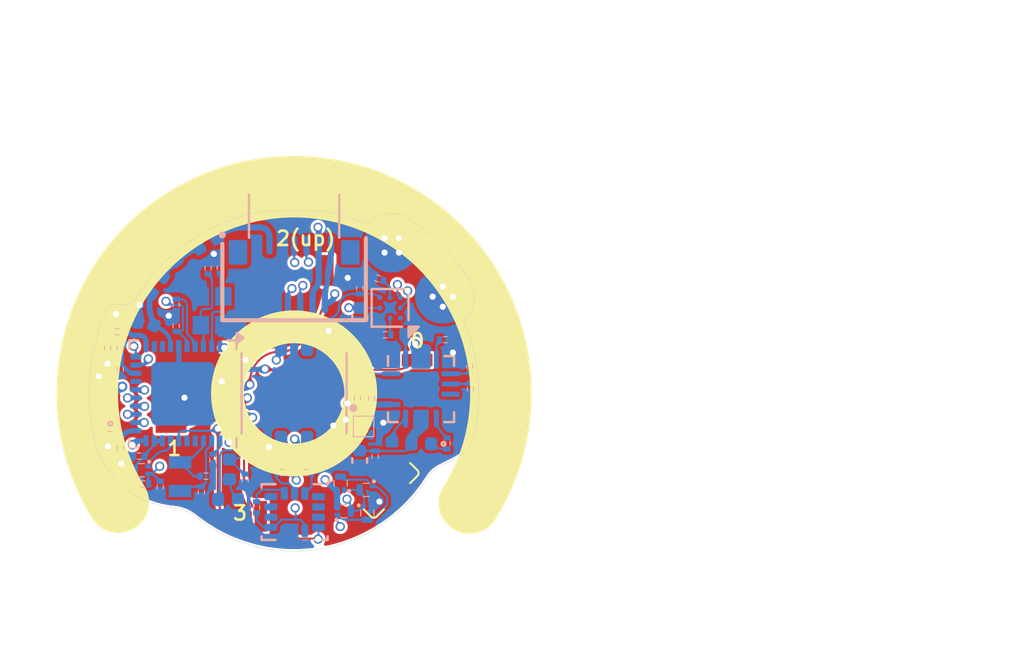
<source format=kicad_pcb>
(kicad_pcb (version 20240108) (generator "pcbnew") (generator_version "8.0")
  (title_block (title "Revolute PCB") (rev "3") (company "Tongtong.inc"))
  (layers (0 "F.Cu" signal) (1 "In1.Cu" signal) (2 "In2.Cu" signal) (31 "B.Cu" signal) (34 "B.Paste" user) (35 "F.Paste" user) (36 "B.SilkS" user "B.Silkscreen") (37 "F.SilkS" user "F.Silkscreen") (38 "B.Mask" user) (39 "F.Mask" user) (44 "Edge.Cuts" user))
  (net 0 "")
  (net 1 "GND")
  (net 2 "VDD_nRF")
  (net 3 "VBUS")
  (net 4 "BLUE_LED")
  (net 5 "Net-(D1-K)")
  (net 6 "swc")
  (net 7 "swd")
  (net 8 "OUT")
  (net 9 "vBAT")
  (net 10 "1.8V")
  (net 11 "Batteryin")
  (net 12 "Net-(D2-K)")
  (net 13 "antenna")
  (net 14 "P0.15")
  (net 15 "P0.17")
  (net 16 "CE")
  (net 17 "RESET")
  (net 18 "P0.20")
  (net 19 "Net-(U2-P0.00{slash}XL1)")
  (net 20 "Net-(U2-P0.01{slash}XL2)")
  (net 21 "Net-(U2-DEC1)")
  (net 22 "Net-(U2-DECUSB)")
  (net 23 "Net-(U2-DEC4)")
  (net 24 "Net-(U2-DEC5)")
  (net 25 "Net-(U2-ANT)")
  (net 26 "Net-(U2-XC2)")
  (net 27 "Net-(U2-XC1)")
  (net 28 "Net-(U2-DEC3)")
  (net 29 "Net-(C19-Pad2)")
  (net 30 "Net-(L1-Pad1)")
  (net 31 "Net-(U2-DCC)")
  (net 32 "Net-(U5-ILIM)")
  (net 33 "Net-(U5-ISET)")
  (net 34 "Net-(U5-EN1)")
  (net 35 "Net-(U5-~{CHG})")
  (net 36 "Net-(U5-TS)")
  (net 39 "Net-(U11-CS)")
  (net 43 "P0.28")
  (net 44 "P0.29")
  (net 45 "P0.30")
  (net 47 "D-")
  (net 48 "D+")
  (net 49 "GPOUT")
  (net 50 "P0.31")
  (net 51 "Net-(U5-EN2)")
  (net 55 "int1")
  (net 62 "MOS_VDD")
  (net 63 "Net-(U1-BIN)")
  (net 64 "MOS_EN")
  (net 65 "Net-(J1-Pin_1)")
  (net 66 "Net-(J2-Pin_1)")
  (footprint "Library:SMDButton" (layer "F.Cu") (at 74 30)
    (property "Reference" "U9" (hide yes))
    (property "Value" "Button")
  )
  (footprint "Library:SMDButton" (layer "F.Cu") (at 80 36 90)
    (property "Reference" "U10" (hide yes))
    (property "Value" "Button")
  )
  (footprint "Library:Battery Base" (layer "F.Cu") (at 74 36 45)
    (property "Reference" "REF**" (hide yes))
    (property "Value" "Battery Base")
  )
  (footprint "" (layer "F.Cu") (at 74 36)
    (property "Reference" "")
    (property "Value" "")
  )
  (footprint "Library:SMDButton" (layer "F.Cu") (at 74 42 180)
    (property "Reference" "U6" (hide yes))
    (property "Value" "Button")
  )
  (footprint "Library:SMDButton" (layer "F.Cu") (at 68 36 -90)
    (property "Reference" "U8" (hide yes))
    (property "Value" "Button")
  )
  (footprint "Library:Capacitor-0201" (layer "B.Cu") (at 78.074728 30.391347 160)
    (property "Reference" "C12" (hide yes))
    (property "Value" "2.2uF")
  )
  (footprint "Library:Capacitor-0201" (layer "B.Cu") (at 69.7074 40.0386)
    (property "Reference" "C3" (hide yes))
    (property "Value" "12pF")
  )
  (footprint "Capacitor_SMD:C_0402_1005Metric" (layer "B.Cu") (at 77.2 39.28 -90)
    (property "Reference" "C26" (hide yes))
    (property "Value" "10uF")
  )
  (footprint "Inductor_SMD:L_0402_1005Metric" (layer "B.Cu") (at 69.794794 28.668785 30)
    (property "Reference" "L4" (hide yes))
    (property "Value" "2.2nH")
  )
  (footprint "Library:Resistor-0201" (layer "B.Cu") (at 82.57 34.7 -80)
    (property "Reference" "R7" (hide yes))
    (property "Value" "0Ω")
  )
  (footprint "Library:Resistor-0201" (layer "B.Cu") (at 78.44 33.14)
    (property "Reference" "R1" (hide yes))
    (property "Value" "10k")
  )
  (footprint "LED_SMD:LED_0402_1005Metric" (layer "B.Cu") (at 65.04 36.39 90)
    (property "Reference" "D1" (hide yes))
    (property "Value" "BLUE")
  )
  (footprint "Inductor_SMD:L_0402_1005Metric" (layer "B.Cu") (at 67.325439 30.70488 55)
    (property "Reference" "L3" (hide yes))
    (property "Value" "4.7nH")
  )
  (footprint "Library:Capacitor-0201" (layer "B.Cu") (at 66.634 40.4196 180)
    (property "Reference" "C21" (hide yes))
    (property "Value" "1uF")
  )
  (footprint "Library:Capacitor-0201" (layer "B.Cu") (at 77.2004 30.8692 90)
    (property "Reference" "C4" (hide yes))
    (property "Value" "1uF")
  )
  (footprint "Inductor_SMD:L_0402_1005Metric" (layer "B.Cu") (at 70.7742 41.1816 180)
    (property "Reference" "L1" (hide yes))
    (property "Value" "10uH")
  )
  (footprint "Library:FPC" (layer "B.Cu") (at 74 30.18)
    (property "Reference" "U7" (hide yes))
    (property "Value" "Conn_01x14_Socket")
  )
  (footprint "Library:Capacitor-0201" (layer "B.Cu") (at 70.4 29.866484 -90)
    (property "Reference" "C16" (hide yes))
    (property "Value" "12pF")
  )
  (footprint "Library:Capacitor-0201" (layer "B.Cu") (at 69.805602 29.886706 -90)
    (property "Reference" "C17" (hide yes))
    (property "Value" "12pF")
  )
  (footprint "Library:Capacitor-0201" (layer "B.Cu") (at 69.4788 40.826 -90)
    (property "Reference" "C2" (hide yes))
    (property "Value" "12pF")
  )
  (footprint "Library:Resistor-0201" (layer "B.Cu") (at 82.6 35.787799 90)
    (property "Reference" "R10" (hide yes))
    (property "Value" "0Ω")
  )
  (footprint "Inductor_SMD:L_0402_1005Metric" (layer "B.Cu") (at 70.85 39.71 -90)
    (property "Reference" "L2" (hide yes))
    (property "Value" "15nH")
  )
  (footprint "Package_DFN_QFN:VQFN-16-1EP_3x3mm_P0.5mm_EP1.6x1.6mm" (layer "B.Cu") (at 80.19 35.79 -90)
    (property "Reference" "U5" (hide yes))
    (property "Value" "BQ24075RGT")
  )
  (footprint "Library:Crystal_SMD_2016-4Pin_2.0x1.6mm" (layer "B.Cu") (at 70 31.97 90)
    (property "Reference" "X2")
    (property "Value" "32MHZ")
  )
  (footprint "Library:Crystal_SMD_2012-2Pin_2.0x1.2mm" (layer "B.Cu") (at 68.4374 40.064 90)
    (property "Reference" "X1")
    (property "Value" "32.768 kHz")
  )
  (footprint "Library:Resistor-0201" (layer "B.Cu") (at 81.46 38.442801 -90)
    (property "Reference" "R9" (hide yes))
    (property "Value" "1.5k")
  )
  (footprint "Library:Capacitor-0201" (layer "B.Cu") (at 68.25 31.675 90)
    (property "Reference" "C18" (hide yes))
    (property "Value" "100pF")
  )
  (footprint "Library:Pogo-pin-recepticle" (layer "B.Cu") (at 81.25 31.25 180)
    (property "Reference" "J2" (hide yes))
    (property "Value" "+")
  )
  (footprint "Library:Pogo-pin-recepticle" (layer "B.Cu") (at 78.75 28.75 180)
    (property "Reference" "J1" (hide yes))
    (property "Value" "-")
  )
  (footprint "Library:Resistor-0201" (layer "B.Cu") (at 74.5842 39.8608)
    (property "Reference" "R8" (hide yes))
    (property "Value" "4.7K")
  )
  (footprint "Library:Capacitor-0201" (layer "B.Cu") (at 66.44 39.06 180)
    (property "Reference" "C13" (hide yes))
    (property "Value" "100nF")
  )
  (footprint "Library:Capacitor-0201" (layer "B.Cu") (at 64.9 33.8 90)
    (property "Reference" "C23" (hide yes))
    (property "Value" "1uF")
  )
  (footprint "Library:Capacitor-0201" (layer "B.Cu") (at 68.25 32.7 90)
    (property "Reference" "C9" (hide yes))
    (property "Value" "1uF")
  )
  (footprint "Library:Capacitor_0402_1005M-nosilk" (layer "B.Cu") (at 68.58 29.9 130)
    (property "Reference" "C19")
    (property "Value" "1.2pF")
  )
  (footprint "Library:Resistor_0402_1005M-nosilk" (layer "B.Cu") (at 79.91 33.13)
    (property "Reference" "TH1" (hide yes))
    (property "Value" "10K")
  )
  (footprint "Library:Capacitor-0201" (layer "B.Cu") (at 67.4722 40.572 -90)
    (property "Reference" "C20" (hide yes))
    (property "Value" "100nF")
  )
  (footprint "Library:Capacitor-0201" (layer "B.Cu") (at 77.09 36.23 90)
    (property "Reference" "C6" (hide yes))
    (property "Value" "4.7uF")
  )
  (footprint "Library:QFN-40-1EP_5x5mm_P0.4mm_EP3.6x3.6mm" (layer "B.Cu") (at 68.58 36.02 90)
    (property "Reference" "U2" (hide yes))
    (property "Value" "nrf52833_qfn40")
  )
  (footprint "Library:Capacitor-0201" (layer "B.Cu") (at 77.78 36.25 90)
    (property "Reference" "C24" (hide yes))
    (property "Value" "1uF")
  )
  (footprint "Library:Mosfet0402" (layer "B.Cu") (at 76.44 41.75)
    (property "Reference" "Q5" (hide yes))
    (property "Value" "PMOS-CSD25483F4")
  )
  (footprint "Library:Capacitor-0201" (layer "B.Cu") (at 70.0376 39.2512 -90)
    (property "Reference" "C5" (hide yes))
    (property "Value" "100nF")
  )
  (footprint "Library:Resistor_0402_1005M-nosilk" (layer "B.Cu") (at 77.4 34.44 90)
    (property "Reference" "R5" (hide yes))
    (property "Value" "590")
  )
  (footprint "Library:Resistor_0402_1005M-nosilk" (layer "B.Cu") (at 78.77 38.88 -90)
    (property "Reference" "R4" (hide yes))
    (property "Value" "1.1k")
  )
  (footprint "Library:Capacitor_0402_1005M-nosilk" (layer "B.Cu") (at 66.73 32.47 -25)
    (property "Reference" "C15")
    (property "Value" "1pF")
  )
  (footprint "Capacitor_SMD:C_0402_1005Metric" (layer "B.Cu") (at 77.2 32.31 90)
    (property "Reference" "C25" (hide yes))
    (property "Value" "10uF")
  )
  (footprint "Library:Mosfet0402" (layer "B.Cu") (at 77.52 40.71 180)
    (property "Reference" "Q3" (hide yes))
    (property "Value" "NMOS-CSD17381F4")
  )
  (footprint "Library:Resistor-0201" (layer "B.Cu") (at 72.1712 41.5626 90)
    (property "Reference" "R11" (hide yes))
    (property "Value" "10k")
  )
  (footprint "Library:Mosfet0402" (layer "B.Cu") (at 77.57 41.84 -90)
    (property "Reference" "Q2" (hide yes))
    (property "Value" "NMOS-CSD17381F4")
  )
  (footprint "Library:Capacitor-0201" (layer "B.Cu") (at 65.525 34.825 -90)
    (property "Reference" "C7" (hide yes))
    (property "Value" "1uF")
  )
  (footprint "Package_LGA:LGA-14_3x2.5mm_P0.5mm_LayoutBorder3x4y" (layer "B.Cu") (at 74.0254 41.7912 180)
    (property "Reference" "U11" (hide yes))
    (property "Value" "LSM6DSO")
  )
  (footprint "LED_SMD:LED_0402_1005Metric" (layer "B.Cu") (at 80.2 38.4638 180)
    (property "Reference" "D2" (hide yes))
    (property "Value" "LED")
  )
  (footprint "Library:Resistor-0201" (layer "B.Cu") (at 73.424602 39.8608 180)
    (property "Reference" "R6" (hide yes))
    (property "Value" "4.7K")
  )
  (footprint "Library:Capacitor-0201" (layer "B.Cu") (at 65.525 33.8 -90)
    (property "Reference" "C1" (hide yes))
    (property "Value" "4.7uF")
  )
  (footprint "Library:SOIC-8-1EP_3.9x4.9mm_P1.27mm_EP2.514x3.2mm" (layer "B.Cu") (at 74 36 -90)
    (property "Reference" "U3" (hide yes))
    (property "Value" "AS5600")
  )
  (footprint "Library:Capacitor-0201" (layer "B.Cu") (at 77.95 39.084999 -90)
    (property "Reference" "C22" (hide yes))
    (property "Value" "1uF")
  )
  (footprint "Library:TDFN-4" (layer "B.Cu") (at 77.39 37.61 90)
    (property "Reference" "U4" (hide yes))
    (property "Value" "MIC5504")
  )
  (footprint "Library:Mosfet0402" (layer "B.Cu") (at 66.5578 39.748336 180)
    (property "Reference" "Q1" (hide yes))
    (property "Value" "NMOS")
  )
  (footprint "Library:Mosfet0402" (layer "B.Cu") (at 76.270064 40.3878 90)
    (property "Reference" "Q4" (hide yes))
    (property "Value" "PMOS-CSD25483F4")
  )
  (footprint "Library:Capacitor-0201" (layer "B.Cu") (at 71.6124 40.2164 -90)
    (property "Reference" "C11" (hide yes))
    (property "Value" "47nF")
  )
  (footprint "Library:Resistor-0201" (layer "B.Cu") (at 65.03 37.71)
    (property "Reference" "R2" (hide yes))
    (property "Value" "1.5k")
  )
  (footprint "Package_BGA:Texas_DSBGA-9_1.62mmx1.58mm_Layout3x3_P0.5mm" (layer "B.Cu") (at 78.6816 31.8264 90)
    (property "Reference" "U1" (hide yes))
    (property "Value" "~")
  )
  (footprint "Library:Capacitor-0201" (layer "B.Cu") (at 65.364725 32.991768)
    (property "Reference" "C14" (hide yes))
    (property "Value" "820pF")
  )
  (footprint "Library:Capacitor-0201" (layer "B.Cu") (at 65.53 38.68 90)
    (property "Reference" "C8" (hide yes))
    (property "Value" "4.7uF")
  )
  (footprint "Library:Resistor-0201" (layer "B.Cu") (at 81.37 33.379668)
    (property "Reference" "R3" (hide yes))
    (property "Value" "100K")
  )
  (gr_poly (pts (xy 80.510574 31.259178) (xy 81.224752 30.545) (xy 81.967214 31.287463) (xy 81.253036 32.00164)) (stroke (width 0.2)) (fill solid) (layer "F.Cu") (net 66))
  (gr_rect (start 78.2515 28.242539) (end 79.2615 29.292539) (stroke (width 0.2)) (fill solid) (layer "F.Cu") (net 65))
  (gr_arc (start 68.271462 29.532299) (mid 68.791547 29.163993) (end 69.360035 28.875967) (stroke (width 0.2939)) (layer "B.Cu") (net 29))
  (gr_arc (start 67.26 32.76) (mid 67.795124 33.113062) (end 68.001458 33.720051) (stroke (width 0.2)) (layer "B.Cu") (net 25))
  (gr_arc (start 67.201378 32.652754) (mid 66.952466 31.894542) (end 67.047252 31.102167) (stroke (width 0.2939)) (layer "B.Cu") (net 25))
  (gr_line (start 71.8 28.4) (end 71.8 26.3) (stroke (width 0.12)) (layer "B.SilkS"))
  (gr_line (start 76.2 28.4) (end 76.2 26.3) (stroke (width 0.12)) (layer "B.SilkS"))
  (gr_arc (start 65.428402 41.315347) (mid 74.020407 25.914147) (end 82.55 41.35) (stroke (width 3)) (layer "F.SilkS"))
  (gr_curve (pts (xy 66.325844 31.298162) (xy 66.306948 31.329004) (xy 66.28742 31.359269) (xy 66.267259 31.388952)) (stroke (width 0.02)) (layer "Edge.Cuts"))
  (gr_curve (pts (xy 82.427985 32.253773) (xy 82.395003 32.296228) (xy 82.228236 32.362935) (xy 82.280361 32.473586)) (stroke (width 0.02)) (layer "Edge.Cuts"))
  (gr_arc (start 64.238033 38.168859) (mid 64.041847 35.086183) (end 64.795808 32.090699) (stroke (width 0.02)) (layer "Edge.Cuts"))
  (gr_curve (pts (xy 82.450893 32.228687) (xy 82.444186 32.237111) (xy 82.43655 32.245473) (xy 82.427985 32.253773)) (stroke (width 0.02)) (layer "Edge.Cuts"))
  (gr_arc (start 77.777241 27.54443) (mid 78.668402 27.21348) (end 79.585154 27.465) (stroke (width 0.02)) (layer "Edge.Cuts"))
  (gr_arc (start 66.325844 31.298162) (mid 69.041066 28.489416) (end 72.690616 27.095765) (stroke (width 0.02)) (layer "Edge.Cuts"))
  (gr_curve (pts (xy 77.777246 27.544427) (xy 77.638979 27.65169) (xy 77.484564 27.703679) (xy 77.338137 27.641962)) (stroke (width 0.02)) (layer "Edge.Cuts"))
  (gr_curve (pts (xy 66.267259 31.388952) (xy 66.082245 31.634732) (xy 65.940741 31.728715) (xy 65.595351 31.663814)) (stroke (width 0.02)) (layer "Edge.Cuts"))
  (gr_curve (pts (xy 82.765439 38.041377) (xy 82.616852 38.764774) (xy 82.128601 39.047657) (xy 81.691479 39.271792)) (stroke (width 0.02)) (layer "Edge.Cuts"))
  (gr_arc (start 80.530176 40.083665) (mid 75.342478 43.584018) (end 69.268433 42.07715) (stroke (width 0.02)) (layer "Edge.Cuts"))
  (gr_line (start 75.309393 27.095765) (end 72.690616 27.095765) (stroke (width 0.02)) (layer "Edge.Cuts"))
  (gr_arc (start 67.975076 41.564415) (mid 65.567743 40.459636) (end 64.238032 38.168859) (stroke (width 0.02)) (layer "Edge.Cuts"))
  (gr_arc (start 79.585154 27.465) (mid 81.212498 28.787508) (end 82.535005 30.414853) (stroke (width 0.02)) (layer "Edge.Cuts"))
  (gr_arc (start 75.309393 27.095765) (mid 76.339758 27.309461) (end 77.338137 27.641962) (stroke (width 0.02)) (layer "Edge.Cuts"))
  (gr_arc (start 82.535005 30.414853) (mid 82.786357 31.335376) (end 82.450893 32.228687) (stroke (width 0.02)) (layer "Edge.Cuts"))
  (gr_curve (pts (xy 67.975073 41.564414) (xy 68.531021 41.612561) (xy 68.813863 41.715821) (xy 69.268433 42.07715)) (stroke (width 0.02)) (layer "Edge.Cuts"))
  (gr_arc (start 82.280361 32.473586) (mid 82.966042 35.218874) (end 82.765439 38.041377) (stroke (width 0.02)) (layer "Edge.Cuts"))
  (gr_curve (pts (xy 65.595351 31.663814) (xy 65.216654 31.591604) (xy 65.017422 31.616808) (xy 64.795808 32.090699)) (stroke (width 0.02)) (layer "Edge.Cuts"))
  (gr_curve (pts (xy 80.530176 40.083665) (xy 80.563953 40.029652) (xy 80.600245 39.978533) (xy 80.639049 39.93031)) (stroke (width 0.02)) (layer "Edge.Cuts"))
  (gr_curve (pts (xy 80.639049 39.93031) (xy 80.896561 39.623874) (xy 81.289766 39.468495) (xy 81.691479 39.271792)) (stroke (width 0.02)) (layer "Edge.Cuts"))
  (gr_text "1" (at 67.75 39.1 0) (layer "F.SilkS") (effects (font (size 0.7 0.7) (thickness 0.125) (bold yes)) (justify left bottom)))
  (gr_text "2(up)" (at 73.05 28.85 0) (layer "F.SilkS") (effects (font (size 0.7 0.7) (thickness 0.125)) (justify left bottom)))
  (gr_text "3" (at 70.95 42.25 0) (layer "F.SilkS") (effects (font (size 0.7 0.7) (thickness 0.125)) (justify left bottom)))
  (gr_text "0" (at 79.6 33.84 0) (layer "F.SilkS") (effects (font (size 0.7 0.7) (thickness 0.125)) (justify left bottom)))
  (via (at 78.35 37.43) (size 0.45) (drill 0.3) (layers "F.Cu" "B.Cu") (net 1))
  (via (at 66.471119 31.693575) (size 0.45) (drill 0.3) (layers "F.Cu" "B.Cu") (net 1))
  (via (at 70.0884 29.1928) (size 0.45) (drill 0.3) (layers "F.Cu" "B.Cu") (net 1))
  (via (at 81.745 34.01) (size 0.45) (drill 0.3) (layers "F.Cu" "B.Cu") (net 1))
  (via (at 76.6162 30.3612) (size 0.45) (drill 0.3) (layers "F.Cu" "B.Cu") (net 1))
  (via (at 64.48 35.17) (size 0.45) (drill 0.3) (layers "F.Cu" "B.Cu") (net 1))
  (via (at 75.91 37.57) (size 0.45) (drill 0.3) (layers "F.Cu" "B.Cu") (net 1))
  (via (at 75.6844 32.95) (size 0.45) (drill 0.3) (layers "F.Cu" "B.Cu") (net 1))
  (via (at 78.16 41.28) (size 0.45) (drill 0.3) (layers "F.Cu" "B.Cu") (net 1))
  (via (at 65.32 32.13) (size 0.45) (drill 0.3) (layers "F.Cu" "B.Cu") (net 1))
  (via (at 67.887716 32.211885) (size 0.45) (drill 0.3) (layers "F.Cu" "B.Cu") (net 1))
  (via (at 68.655 36.20939) (size 0.45) (drill 0.3) (layers "F.Cu" "B.Cu") (net 1))
  (via (at 64.92 38.58) (size 0.45) (drill 0.3) (layers "F.Cu" "B.Cu") (net 1))
  (segment (start 75.905 33.1706) (end 75.6844 32.95) (width 0.1) (layer "B.Cu") (net 1))
  (segment (start 69.18 36.62) (end 68.58 36.02) (width 0.25) (layer "B.Cu") (net 1))
  (segment (start 70.88 36.62) (end 69.18 36.62) (width 0.25) (layer "B.Cu") (net 1))
  (segment (start 68.58 36.02) (end 68.485188 35.925188) (width 0.1) (layer "B.Cu") (net 1))
  (segment (start 66.294973 32.267144) (end 66.294973 32.118829) (width 0.1) (layer "B.Cu") (net 1))
  (segment (start 68.38 33.72) (end 68.38 35.82) (width 0.25) (layer "B.Cu") (net 1))
  (segment (start 81.644999 33.379668) (end 81.644999 33.909999) (width 0.1) (layer "B.Cu") (net 1))
  (segment (start 77.745 41.515) (end 77.766702 41.493298) (width 0.1) (layer "B.Cu") (net 1))
  (segment (start 80.453864 36.053864) (end 80.19 35.79) (width 0.1) (layer "B.Cu") (net 1))
  (segment (start 81.644999 33.909999) (end 81.745 34.01) (width 0.1) (layer "B.Cu") (net 1))
  (segment (start 77.78728 41.16) (end 77.870295 41.16) (width 0.1) (layer "B.Cu") (net 1))
  (segment (start 68.485188 35.925188) (end 68.485188 34.614812) (width 0.1) (layer "B.Cu") (net 1))
  (segment (start 70.4 29.591485) (end 70.4 29.5044) (width 0.1) (layer "B.Cu") (net 1))
  (segment (start 77.766702 41.16) (end 77.766702 41.024144) (width 0.1) (layer "B.Cu") (net 1))
  (segment (start 68.58 36.13439) (end 68.655 36.20939) (width 0.1) (layer "B.Cu") (net 1))
  (segment (start 77.766702 41.16) (end 77.78728 41.16) (width 0.1) (layer "B.Cu") (net 1))
  (segment (start 77.74 37.2) (end 77.794731 37.2) (width 0.1) (layer "B.Cu") (net 1))
  (segment (start 68.25 32.029449) (end 68.25 32.36) (width 0.35) (layer "B.Cu") (net 1))
  (segment (start 75.905 33.3625) (end 75.905 33.1706) (width 0.1) (layer "B.Cu") (net 1))
  (segment (start 68.58 36.02) (end 68.58 36.13439) (width 0.1) (layer "B.Cu") (net 1))
  (segment (start 70.4 29.5044) (end 70.0884 29.1928) (width 0.1) (layer "B.Cu") (net 1))
  (segment (start 67.887716 32.211885) (end 68.149602 31.949999) (width 0.1) (layer "B.Cu") (net 1))
  (segment (start 68.38 35.82) (end 68.58 36.02) (width 0.25) (layer "B.Cu") (net 1))
  (segment (start 68.149602 31.949999) (end 68.25 31.949999) (width 0.1) (layer "B.Cu") (net 1))
  (segment (start 77.766702 41.493298) (end 77.766702 41.16) (width 0.1) (layer "B.Cu") (net 1))
  (arc (start 81.6275 36.54) (mid 80.992333 36.413657) (end 80.453864 36.053864) (width 0.1) (layer "B.Cu") (net 1))
  (arc (start 66.294973 32.118829) (mid 66.340752 31.888684) (end 66.471119 31.693575) (width 0.1) (layer "B.Cu") (net 1))
  (arc (start 77.766702 41.024144) (mid 77.797254 40.949381) (end 77.845 40.885) (width 0.1) (layer "B.Cu") (net 1))
  (arc (start 77.794731 37.2) (mid 78.09524 37.259775) (end 78.35 37.43) (width 0.1) (layer "B.Cu") (net 1))
  (arc (start 77.870295 41.16) (mid 78.027082 41.191187) (end 78.16 41.28) (width 0.1) (layer "B.Cu") (net 1))
  (via (at 76.512862 37.28286) (size 0.45) (drill 0.3) (layers "F.Cu" "B.Cu") (net 2))
  (via (at 65.5672 39.429) (size 0.45) (drill 0.3) (layers "F.Cu" "B.Cu") (net 2))
  (via (at 70.5964 33.775) (size 0.45) (drill 0.3) (layers "F.Cu" "B.Cu") (net 2))
  (via (at 64.9 34.55) (size 0.45) (drill 0.3) (layers "F.Cu" "B.Cu") (net 2))
  (via (at 70.83 38.390877) (size 0.45) (drill 0.3) (layers "F.Cu" "B.Cu") (net 2))
  (segment (start 64.915001 34.074999) (end 64.9 34.059998) (width 0.1) (layer "B.Cu") (net 2))
  (segment (start 67.18 38.5274) (end 67.18 38.32) (width 0.1) (layer "B.Cu") (net 2))
  (segment (start 66.2328 39.542199) (end 66.714999 39.06) (width 0.1) (layer "B.Cu") (net 2))
  (segment (start 66.714999 38.992401) (end 67.18 38.5274) (width 0.1) (layer "B.Cu") (net 2))
  (segment (start 66.009535 35.02) (end 65.539536 34.550001) (width 0.2) (layer "B.Cu") (net 2))
  (segment (start 77.040001 37.2) (end 76.640071 37.2) (width 0.1) (layer "B.Cu") (net 2))
  (segment (start 70.38 33.72) (end 70.463619 33.72) (width 0.1) (layer "B.Cu") (net 2))
  (segment (start 66.28 35.02) (end 66.009535 35.02) (width 0.2) (layer "B.Cu") (net 2))
  (segment (start 66.2328 39.748336) (end 65.886536 39.748336) (width 0.1) (layer "B.Cu") (net 2))
  (segment (start 64.91 34.54) (end 64.9 34.55) (width 0.1) (layer "B.Cu") (net 2))
  (segment (start 65.51 34.54) (end 64.91 34.54) (width 0.1) (layer "B.Cu") (net 2))
  (segment (start 65.51 34.094999) (end 65.53 34.074999) (width 0.1) (layer "B.Cu") (net 2))
  (segment (start 76.557211 37.28286) (end 76.512862 37.28286) (width 0.1) (layer "B.Cu") (net 2))
  (segment (start 65.539536 34.550001) (end 65.525 34.550001) (width 0.2) (layer "B.Cu") (net 2))
  (segment (start 65.886536 39.748336) (end 65.5672 39.429) (width 0.1) (layer "B.Cu") (net 2))
  (segment (start 70.83 38.390877) (end 70.88 38.340877) (width 0.25) (layer "B.Cu") (net 2))
  (segment (start 76.640071 37.2) (end 76.557211 37.28286) (width 0.1) (layer "B.Cu") (net 2))
  (segment (start 66.2328 39.748336) (end 66.2328 39.542199) (width 0.1) (layer "B.Cu") (net 2))
  (segment (start 65.53 34.074999) (end 64.915001 34.074999) (width 0.1) (layer "B.Cu") (net 2))
  (segment (start 66.714999 39.06) (end 66.714999 38.992401) (width 0.1) (layer "B.Cu") (net 2))
  (segment (start 70.88 38.340877) (end 70.88 37.82) (width 0.25) (layer "B.Cu") (net 2))
  (segment (start 65.51 34.54) (end 65.51 34.094999) (width 0.1) (layer "B.Cu") (net 2))
  (segment (start 67.58 38.32) (end 67.18 38.32) (width 0.23) (layer "B.Cu") (net 2))
  (arc (start 70.463619 33.72) (mid 70.535479 33.734294) (end 70.5964 33.775) (width 0.1) (layer "B.Cu") (net 2))
  (via (at 75.9812 31.1486) (size 0.45) (drill 0.3) (layers "F.Cu" "B.Cu") (net 3))
  (via (at 66.11471 38.509946) (size 0.45) (drill 0.3) (layers "F.Cu" "B.Cu") (net 3))
  (via (at 75.51 40.21) (size 0.45) (drill 0.3) (layers "F.Cu" "B.Cu") (net 3))
  (via (at 76.62 36.49) (size 0.45) (drill 0.3) (layers "F.Cu" "B.Cu") (net 3))
  (segment (start 66.304656 38.32) (end 66.78 38.32) (width 0.25) (layer "B.Cu") (net 3))
  (segment (start 75.96741 40.66741) (end 75.51 40.21) (width 0.3) (layer "B.Cu") (net 3))
  (segment (start 77.09 36.504999) (end 76.65621 36.504999) (width 0.3) (layer "B.Cu") (net 3))
  (segment (start 78.7525 36.54) (end 77.174499 36.54) (width 0.3) (layer "B.Cu") (net 3))
  (segment (start 66.11471 38.509946) (end 66.304656 38.32) (width 0.25) (layer "B.Cu") (net 3))
  (segment (start 76.095064 41.526871) (end 76.095064 40.7128) (width 0.3) (layer "B.Cu") (net 3))
  (segment (start 75.5 31.6) (end 75.5298 31.6) (width 0.3) (layer "B.Cu") (net 3))
  (segment (start 76.095064 40.7128) (end 76.074939 40.71195) (width 0.3) (layer "B.Cu") (net 3))
  (arc (start 76.65621 36.504999) (mid 76.636613 36.501101) (end 76.62 36.49) (width 0.3) (layer "B.Cu") (net 3))
  (arc (start 76.115 41.575) (mid 76.100245 41.552919) (end 76.095064 41.526871) (width 0.3) (layer "B.Cu") (net 3))
  (arc (start 75.5298 31.6) (mid 75.848988 31.467788) (end 75.9812 31.1486) (width 0.3) (layer "B.Cu") (net 3))
  (arc (start 76.074939 40.71195) (mid 76.016745 40.700374) (end 75.96741 40.66741) (width 0.3) (layer "B.Cu") (net 3))
  (arc (start 77.174499 36.54) (mid 77.128768 36.530904) (end 77.09 36.504999) (width 0.3) (layer "B.Cu") (net 3))
  (via (at 65.62 35.67) (size 0.45) (drill 0.3) (layers "F.Cu" "B.Cu") (net 4))
  (via (at 71.619101 34.374407) (size 0.45) (drill 0.3) (layers "F.Cu" "B.Cu") (net 4))
  (segment (start 71.24633 34.22) (end 70.88 34.22) (width 0.25) (layer "B.Cu") (net 4))
  (segment (start 65.62 35.67) (end 65.04 35.905) (width 0.5) (layer "B.Cu") (net 4))
  (arc (start 71.619101 34.374407) (mid 71.448073 34.260129) (end 71.24633 34.22) (width 0.25) (layer "B.Cu") (net 4))
  (segment (start 65.304999 37.514764) (end 65.304999 37.71) (width 0.25) (layer "B.Cu") (net 5))
  (arc (start 65.04 36.875) (mid 65.236128 37.168526) (end 65.304999 37.514764) (width 0.25) (layer "B.Cu") (net 5))
  (via (at 66.185017 33.702212) (size 0.45) (drill 0.3) (layers "F.Cu" "B.Cu") (net 6))
  (via (at 74.030326 29.613811) (size 0.45) (drill 0.3) (layers "F.Cu" "B.Cu") (net 6))
  (segment (start 66.28 34.22) (end 66.28 33.931521) (width 0.1) (layer "B.Cu") (net 6))
  (segment (start 74 28.759999) (end 74 29.540598) (width 0.1) (layer "B.Cu") (net 6))
  (arc (start 66.28 33.931521) (mid 66.255315 33.80742) (end 66.185017 33.702212) (width 0.1) (layer "B.Cu") (net 6))
  (arc (start 74 29.540598) (mid 74.007882 29.58022) (end 74.030326 29.613811) (width 0.1) (layer "B.Cu") (net 6))
  (via (at 66.893472 34.316129) (size 0.45) (drill 0.3) (layers "F.Cu" "B.Cu") (net 7))
  (via (at 74.700392 29.594235) (size 0.45) (drill 0.3) (layers "F.Cu" "B.Cu") (net 7))
  (segment (start 66.589601 34.62) (end 66.28 34.62) (width 0.1) (layer "B.Cu") (net 7))
  (segment (start 66.893472 34.316129) (end 66.589601 34.62) (width 0.1) (layer "B.Cu") (net 7))
  (segment (start 74.6 28.759999) (end 74.6 29.351868) (width 0.1) (layer "B.Cu") (net 7))
  (arc (start 74.6 29.351868) (mid 74.626091 29.483036) (end 74.700392 29.594235) (width 0.1) (layer "B.Cu") (net 7))
  (segment (start 77.2 38.8) (end 77.94 38.8) (width 0.1) (layer "B.Cu") (net 8))
  (segment (start 77.165 38.145) (end 77.040001 38.02) (width 0.1) (layer "B.Cu") (net 8))
  (segment (start 77.95 38.81) (end 79.3688 38.81) (width 0.1) (layer "B.Cu") (net 8))
  (segment (start 77.2 38.8) (end 77.2 38.18) (width 0.1) (layer "B.Cu") (net 8))
  (segment (start 79.94 37.920602) (end 79.94 37.2275) (width 0.1) (layer "B.Cu") (net 8))
  (segment (start 77.739999 38.02) (end 77.615 38.145) (width 0.1) (layer "B.Cu") (net 8))
  (segment (start 77.615 38.145) (end 77.165 38.145) (width 0.1) (layer "B.Cu") (net 8))
  (arc (start 77.2 38.18) (mid 77.153137 38.066863) (end 77.04 38.02) (width 0.1) (layer "B.Cu") (net 8))
  (arc (start 77.94 38.8) (mid 77.947071 38.802929) (end 77.95 38.81) (width 0.1) (layer "B.Cu") (net 8))
  (arc (start 79.3688 38.81) (mid 79.6136 38.7086) (end 79.715 38.4638) (width 0.1) (layer "B.Cu") (net 8))
  (arc (start 79.715 38.4638) (mid 79.881525 38.214579) (end 79.94 37.920602) (width 0.1) (layer "B.Cu") (net 8))
  (via (at 79.909737 33.581362) (size 0.45) (drill 0.3) (layers "F.Cu" "B.Cu") (net 9))
  (via (at 76.67 31.82) (size 0.45) (drill 0.3) (layers "F.Cu" "B.Cu") (net 9))
  (segment (start 78.178001 31.83) (end 78.181601 31.8264) (width 0.1) (layer "B.Cu") (net 9))
  (segment (start 79.94 34.3525) (end 79.94 33.654423) (width 0.1) (layer "B.Cu") (net 9))
  (segment (start 77.2 31.83) (end 78.178001 31.83) (width 0.1) (layer "B.Cu") (net 9))
  (segment (start 77.2 31.83) (end 76.68 31.83) (width 0.1) (layer "B.Cu") (net 9))
  (arc (start 79.94 33.654423) (mid 79.932135 33.614883) (end 79.909737 33.581362) (width 0.1) (layer "B.Cu") (net 9))
  (arc (start 76.68 31.83) (mid 76.672929 31.827071) (end 76.67 31.82) (width 0.1) (layer "B.Cu") (net 9))
  (segment (start 78.6816 31.326401) (end 78.6816 30.833861) (width 0.1) (layer "B.Cu") (net 10))
  (segment (start 78.6816 30.833861) (end 78.333143 30.485404) (width 0.1) (layer "B.Cu") (net 10))
  (via (at 75.167156 27.893498) (size 0.45) (drill 0.3) (layers "F.Cu" "B.Cu") (net 11))
  (segment (start 74.9 32.008226) (end 74.9 31.600001) (width 0.1) (layer "B.Cu") (net 11))
  (segment (start 77.741728 31.144199) (end 77.2004 31.144199) (width 0.1) (layer "B.Cu") (net 11))
  (segment (start 74.9 31.224515) (end 74.9 31.600001) (width 0.3) (layer "B.Cu") (net 11))
  (segment (start 75.200001 29.939167) (end 75.200001 30.500238) (width 0.3) (layer "B.Cu") (net 11))
  (segment (start 75.651 32.3424) (end 75.234174 32.3424) (width 0.1) (layer "B.Cu") (net 11))
  (segment (start 75.200001 29.939167) (end 75.200001 28.76) (width 0.3) (layer "B.Cu") (net 11))
  (segment (start 75.200001 28.76) (end 75.200001 27.972792) (width 0.3) (layer "B.Cu") (net 11))
  (segment (start 77.2004 31.144199) (end 76.849201 31.144199) (width 0.1) (layer "B.Cu") (net 11))
  (arc (start 76.1844 31.809) (mid 76.028171 32.186171) (end 75.651 32.3424) (width 0.1) (layer "B.Cu") (net 11))
  (arc (start 75.200001 30.500238) (mid 75.163663 30.682919) (end 75.060209 30.837756) (width 0.3) (layer "B.Cu") (net 11))
  (arc (start 75.060209 30.837756) (mid 74.941637 31.015201) (end 74.9 31.224515) (width 0.3) (layer "B.Cu") (net 11))
  (arc (start 76.849201 31.144199) (mid 76.379116 31.338915) (end 76.1844 31.809) (width 0.1) (layer "B.Cu") (net 11))
  (arc (start 75.200001 27.972792) (mid 75.191465 27.929878) (end 75.167156 27.893498) (width 0.3) (layer "B.Cu") (net 11))
  (arc (start 78.1816 31.3264) (mid 77.979785 31.191551) (end 77.741728 31.144199) (width 0.1) (layer "B.Cu") (net 11))
  (arc (start 75.234174 32.3424) (mid 74.997877 32.244523) (end 74.9 32.008226) (width 0.1) (layer "B.Cu") (net 11))
  (segment (start 81.46 38.7178) (end 81.29821 38.7178) (width 0.1) (layer "B.Cu") (net 12))
  (arc (start 81.29821 38.7178) (mid 80.966343 38.651788) (end 80.685 38.4638) (width 0.1) (layer "B.Cu") (net 12))
  (segment (start 72.799999 28.76) (end 72.799999 28.351514) (width 0.2939) (layer "B.Cu") (net 13))
  (segment (start 71.485383 27.9) (end 72.348485 27.9) (width 0.2939) (layer "B.Cu") (net 13))
  (arc (start 70.214814 28.426287) (mid 70.797756 28.036778) (end 71.485383 27.9) (width 0.2939) (layer "B.Cu") (net 13))
  (arc (start 72.348485 27.9) (mid 72.667754 28.032245) (end 72.799999 28.351514) (width 0.2939) (layer "B.Cu") (net 13))
  (via (at 72.760387 38.613687) (size 0.45) (drill 0.3) (layers "F.Cu" "B.Cu") (net 14))
  (via (at 79.04 30.69) (size 0.45) (drill 0.3) (layers "F.Cu" "B.Cu") (net 14))
  (via (at 66.7055 36.63439) (size 0.45) (drill 0.3) (layers "F.Cu" "B.Cu") (net 14))
  (segment (start 73.746 40.3942) (end 74.0254 40.6736) (width 0.1) (layer "B.Cu") (net 14))
  (segment (start 73.149603 39.8608) (end 73.149603 38.852897) (width 0.1) (layer "B.Cu") (net 14))
  (segment (start 72.760387 38.613687) (end 72.7842 38.6375) (width 0.45) (layer "B.Cu") (net 14))
  (segment (start 79.04 31.1848) (end 79.1816 31.3264) (width 0.1) (layer "B.Cu") (net 14))
  (segment (start 79.04 30.69) (end 79.04 31.1848) (width 0.1) (layer "B.Cu") (net 14))
  (segment (start 72.7842 38.6375) (end 73.365 38.6375) (width 0.45) (layer "B.Cu") (net 14))
  (segment (start 73.149603 39.8608) (end 73.149603 40.1418) (width 0.1) (layer "B.Cu") (net 14))
  (segment (start 73.149603 38.852897) (end 73.365 38.6375) (width 0.1) (layer "B.Cu") (net 14))
  (segment (start 74.0254 40.6736) (end 74.0254 40.8787) (width 0.1) (layer "B.Cu") (net 14))
  (segment (start 73.149603 40.1418) (end 73.402003 40.3942) (width 0.1) (layer "B.Cu") (net 14))
  (segment (start 66.69111 36.62) (end 66.28 36.62) (width 0.25) (layer "B.Cu") (net 14))
  (segment (start 66.7055 36.63439) (end 66.69111 36.62) (width 0.25) (layer "B.Cu") (net 14))
  (segment (start 73.402003 40.3942) (end 73.746 40.3942) (width 0.1) (layer "B.Cu") (net 14))
  (via (at 65.878125 36.22) (size 0.45) (drill 0.3) (layers "F.Cu" "B.Cu") (net 15))
  (via (at 79.5372 30.9962) (size 0.45) (drill 0.3) (layers "F.Cu" "B.Cu") (net 15))
  (via (at 74.0254 38.23) (size 0.45) (drill 0.3) (layers "F.Cu" "B.Cu") (net 15))
  (segment (start 79.5372 31.470799) (end 79.181599 31.8264) (width 0.1) (layer "B.Cu") (net 15))
  (segment (start 74.859199 39.8608) (end 74.859199 38.861699) (width 0.1) (layer "B.Cu") (net 15))
  (segment (start 79.5372 30.9962) (end 79.5372 31.470799) (width 0.1) (layer "B.Cu") (net 15))
  (segment (start 74.525399 40.8787) (end 74.859199 40.5449) (width 0.1) (layer "B.Cu") (net 15))
  (segment (start 74.0254 38.23) (end 74.4329 38.6375) (width 0.1) (layer "B.Cu") (net 15))
  (segment (start 74.859199 38.861699) (end 74.635 38.6375) (width 0.1) (layer "B.Cu") (net 15))
  (segment (start 74.4329 38.6375) (end 74.635 38.6375) (width 0.1) (layer "B.Cu") (net 15))
  (segment (start 74.859199 40.5449) (end 74.859199 39.8608) (width 0.1) (layer "B.Cu") (net 15))
  (segment (start 65.878125 36.22) (end 66.28 36.22) (width 0.1) (layer "B.Cu") (net 15))
  (segment (start 80.94 34.3525) (end 80.94 33.753873) (width 0.1) (layer "B.Cu") (net 16))
  (arc (start 80.94 33.753873) (mid 80.980283 33.551355) (end 81.095001 33.379668) (width 0.1) (layer "B.Cu") (net 16))
  (via (at 66.7055 35.83439) (size 0.45) (drill 0.3) (layers "F.Cu" "B.Cu") (net 17))
  (segment (start 66.7055 35.83439) (end 66.29439 35.83439) (width 0.1) (layer "B.Cu") (net 17))
  (segment (start 66.29439 35.83439) (end 66.28 35.82) (width 0.1) (layer "B.Cu") (net 17))
  (segment (start 69.7074 40.322401) (end 69.4788 40.551001) (width 0.1) (layer "B.Cu") (net 19))
  (segment (start 69.7074 38.769854) (end 69.7074 40.322401) (width 0.1) (layer "B.Cu") (net 19))
  (segment (start 69.98 38.497254) (end 69.7074 38.769854) (width 0.1) (layer "B.Cu") (net 19))
  (segment (start 68.650399 40.551001) (end 68.4374 40.764) (width 0.1) (layer "B.Cu") (net 19))
  (segment (start 69.98 38.32) (end 69.98 38.497254) (width 0.1) (layer "B.Cu") (net 19))
  (segment (start 69.4788 40.551001) (end 68.650399 40.551001) (width 0.1) (layer "B.Cu") (net 19))
  (segment (start 69.58 38.594999) (end 68.810999 39.364) (width 0.1) (layer "B.Cu") (net 20))
  (segment (start 69.112 40.0386) (end 69.432401 40.0386) (width 0.1) (layer "B.Cu") (net 20))
  (segment (start 68.4374 39.364) (end 69.112 40.0386) (width 0.1) (layer "B.Cu") (net 20))
  (segment (start 69.58 38.32) (end 69.578333 38.376118) (width 0.1) (layer "B.Cu") (net 20))
  (segment (start 69.58 38.32) (end 69.58 38.594999) (width 0.1) (layer "B.Cu") (net 20))
  (segment (start 68.810999 39.364) (end 68.4374 39.364) (width 0.1) (layer "B.Cu") (net 20))
  (segment (start 70.0376 38.976201) (end 70.38 38.633801) (width 0.1) (layer "B.Cu") (net 21))
  (segment (start 70.38 38.633801) (end 70.38 38.32) (width 0.1) (layer "B.Cu") (net 21))
  (segment (start 66.28 37.82) (end 66.115001 37.82) (width 0.25) (layer "B.Cu") (net 22))
  (arc (start 66.115001 37.82) (mid 65.701343 37.991343) (end 65.53 38.405001) (width 0.25) (layer "B.Cu") (net 22))
  (via (at 71.975 37.175) (size 0.45) (drill 0.3) (layers "F.Cu" "B.Cu") (net 23))
  (via (at 67.750196 31.506692) (size 0.45) (drill 0.3) (layers "F.Cu" "B.Cu") (net 23))
  (segment (start 68.78 33.72) (end 68.78 33.702842) (width 0.1) (layer "B.Cu") (net 23))
  (segment (start 71.59 37.567774) (end 71.59 38.626502) (width 0.1) (layer "B.Cu") (net 23))
  (segment (start 71.42 37.02) (end 71.600797 37.02) (width 0.25) (layer "B.Cu") (net 23))
  (segment (start 67.750196 31.506692) (end 67.750196 31.539188) (width 0.1) (layer "B.Cu") (net 23))
  (segment (start 67.750196 31.539188) (end 67.792197 31.581189) (width 0.1) (layer "B.Cu") (net 23))
  (segment (start 68.681822 33.321822) (end 68.395103 33.035103) (width 0.1) (layer "B.Cu") (net 23))
  (segment (start 71.533875 39.908875) (end 70.85 39.225) (width 0.1) (layer "B.Cu") (net 23))
  (segment (start 68.575 31.84625) (end 68.575 32.833666) (width 0.1) (layer "B.Cu") (net 23))
  (segment (start 68.25 32.974999) (end 68.433667 32.974999) (width 0.1) (layer "B.Cu") (net 23))
  (segment (start 68.025 31.675) (end 68.40375 31.675) (width 0.1) (layer "B.Cu") (net 23))
  (segment (start 68.78 33.702842) (end 68.780009 33.558885) (width 0.1) (layer "B.Cu") (net 23))
  (segment (start 70.88 37.02) (end 71.42 37.02) (width 0.25) (layer "B.Cu") (net 23))
  (segment (start 70.991502 39.225) (end 70.85 39.225) (width 0.1) (layer "B.Cu") (net 23))
  (segment (start 70.88 37.02) (end 71.042191 37.019993) (width 0.1) (layer "B.Cu") (net 23))
  (arc (start 71.59 38.626502) (mid 71.414704 39.049704) (end 70.991502 39.225) (width 0.1) (layer "B.Cu") (net 23))
  (arc (start 68.395103 33.035103) (mid 68.328529 32.990619) (end 68.25 32.974999) (width 0.1) (layer "B.Cu") (net 23))
  (arc (start 71.6124 39.941401) (mid 71.569903 39.932948) (end 71.533875 39.908875) (width 0.1) (layer "B.Cu") (net 23))
  (arc (start 68.780009 33.558885) (mid 68.754495 33.430587) (end 68.681822 33.321822) (width 0.1) (layer "B.Cu") (net 23))
  (arc (start 68.40375 31.675) (mid 68.524842 31.725158) (end 68.575 31.84625) (width 0.1) (layer "B.Cu") (net 23))
  (arc (start 68.575 32.833666) (mid 68.533605 32.933604) (end 68.433667 32.974999) (width 0.1) (layer "B.Cu") (net 23))
  (arc (start 71.600797 37.02) (mid 71.803314 37.060283) (end 71.975 37.175) (width 0.25) (layer "B.Cu") (net 23))
  (arc (start 71.042191 37.019993) (mid 71.429549 37.180424) (end 71.59 37.567774) (width 0.1) (layer "B.Cu") (net 23))
  (arc (start 67.792197 31.581189) (mid 67.900011 31.650137) (end 68.025 31.675) (width 0.1) (layer "B.Cu") (net 23))
  (segment (start 65.639724 32.991768) (end 65.767006 32.991768) (width 0.25) (layer "B.Cu") (net 24))
  (segment (start 66.197286 33.17) (end 66.462776 33.17) (width 0.25) (layer "B.Cu") (net 24))
  (segment (start 66.78 33.487224) (end 66.78 33.72) (width 0.25) (layer "B.Cu") (net 24))
  (arc (start 66.462776 33.17) (mid 66.687087 33.262913) (end 66.78 33.487224) (width 0.25) (layer "B.Cu") (net 24))
  (arc (start 65.98 33.08) (mid 66.079688 33.146608) (end 66.197286 33.17) (width 0.25) (layer "B.Cu") (net 24))
  (arc (start 65.767006 32.991768) (mid 65.882272 33.014696) (end 65.98 33.08) (width 0.25) (layer "B.Cu") (net 24))
  (segment (start 70.162175 32.010168) (end 70.349806 32.01018) (width 0.1) (layer "B.Cu") (net 26))
  (segment (start 70.4 30.141483) (end 70.4 30.95) (width 0.1) (layer "B.Cu") (net 26))
  (segment (start 69.98 33.72) (end 70 33.7) (width 0.1) (layer "B.Cu") (net 26))
  (segment (start 70.55 31.81) (end 70.55 31.225027) (width 0.1) (layer "B.Cu") (net 26))
  (segment (start 70 32.172343) (end 70 33.671716) (width 0.1) (layer "B.Cu") (net 26))
  (segment (start 70.4 30.95) (end 70.55 31.1) (width 0.1) (layer "B.Cu") (net 26))
  (arc (start 70 32.172343) (mid 70.0475 32.057668) (end 70.162175 32.010168) (width 0.1) (layer "B.Cu") (net 26))
  (arc (start 70 33.671716) (mid 69.994802 33.697847) (end 69.98 33.72) (width 0.1) (layer "B.Cu") (net 26))
  (arc (start 70.349806 32.01018) (mid 70.491363 31.951553) (end 70.55 31.81) (width 0.1) (layer "B.Cu") (net 26))
  (segment (start 69.45 32.056964) (end 69.45 32.67) (width 0.1) (layer "B.Cu") (net 27))
  (segment (start 69.58 32.813847) (end 69.58 33.72) (width 0.1) (layer "B.Cu") (net 27))
  (segment (start 69.997143 30.67) (end 69.997143 30.431466) (width 0.1) (layer "B.Cu") (net 27))
  (segment (start 69.997143 30.431466) (end 69.94469 30.304833) (width 0.1) (layer "B.Cu") (net 27))
  (segment (start 70 30.67) (end 69.997143 30.67) (width 0.1) (layer "B.Cu") (net 27))
  (segment (start 69.898249 30.254352) (end 69.805602 30.161705) (width 0.1) (layer "B.Cu") (net 27))
  (segment (start 69.626964 31.88) (end 69.86997 31.88) (width 0.1) (layer "B.Cu") (net 27))
  (segment (start 70.000668 31.749249) (end 70 31.748581) (width 0.1) (layer "B.Cu") (net 27))
  (segment (start 70 31.748581) (end 70 30.67) (width 0.1) (layer "B.Cu") (net 27))
  (segment (start 69.94469 30.304833) (end 69.898249 30.254352) (width 0.1) (layer "B.Cu") (net 27))
  (arc (start 69.45 32.5) (mid 69.546214 32.643994) (end 69.58 32.813847) (width 0.1) (layer "B.Cu") (net 27))
  (arc (start 69.86997 31.88) (mid 69.962402 31.841705) (end 70.000668 31.749249) (width 0.1) (layer "B.Cu") (net 27))
  (arc (start 69.45 32.056964) (mid 69.501832 31.931832) (end 69.626964 31.88) (width 0.1) (layer "B.Cu") (net 27))
  (segment (start 68.25 31.400001) (end 68.44901 31.400001) (width 0.1) (layer "B.Cu") (net 28))
  (segment (start 68.775 31.725991) (end 68.775 32.97474) (width 0.1) (layer "B.Cu") (net 28))
  (segment (start 69.026138 33.348544) (end 68.861738 33.184144) (width 0.1) (layer "B.Cu") (net 28))
  (arc (start 68.44901 31.400001) (mid 68.67952 31.495481) (end 68.775 31.725991) (width 0.1) (layer "B.Cu") (net 28))
  (arc (start 69.18 33.72) (mid 69.140013 33.51897) (end 69.026138 33.348544) (width 0.1) (layer "B.Cu") (net 28))
  (arc (start 68.775 32.97474) (mid 68.797543 33.088068) (end 68.861738 33.184144) (width 0.1) (layer "B.Cu") (net 28))
  (segment (start 67.67961 30.12415) (end 68.271462 29.532299) (width 0.2939) (layer "B.Cu") (net 29))
  (arc (start 67.603626 30.307593) (mid 67.623374 30.208315) (end 67.67961 30.12415) (width 0.2939) (layer "B.Cu") (net 29))
  (segment (start 71.2592 41.1816) (end 71.258284 41.180684) (width 0.1) (layer "B.Cu") (net 30))
  (arc (start 71.258284 41.180684) (mid 70.956109 40.728449) (end 70.85 40.195) (width 0.1) (layer "B.Cu") (net 30))
  (segment (start 71.38 37.73) (end 71.38 38.31) (width 0.1) (layer "B.Cu") (net 31))
  (segment (start 70.88 37.42) (end 71.07 37.42) (width 0.1) (layer "B.Cu") (net 31))
  (segment (start 70.38 39.075816) (end 70.38 41.0908) (width 0.1) (layer "B.Cu") (net 31))
  (segment (start 70.92 38.77) (end 70.685816 38.77) (width 0.1) (layer "B.Cu") (net 31))
  (arc (start 71.07 37.42) (mid 71.289203 37.510797) (end 71.38 37.73) (width 0.1) (layer "B.Cu") (net 31))
  (arc (start 70.38 41.0908) (mid 70.353405 41.155005) (end 70.2892 41.1816) (width 0.1) (layer "B.Cu") (net 31))
  (arc (start 71.38 38.31) (mid 71.245269 38.635269) (end 70.92 38.77) (width 0.1) (layer "B.Cu") (net 31))
  (arc (start 70.685816 38.77) (mid 70.469571 38.859571) (end 70.38 39.075816) (width 0.1) (layer "B.Cu") (net 31))
  (segment (start 79.104109 37.563392) (end 79.44 37.2275) (width 0.1) (layer "B.Cu") (net 32))
  (arc (start 78.77 38.370001) (mid 78.856832 37.933467) (end 79.104109 37.563392) (width 0.1) (layer "B.Cu") (net 32))
  (segment (start 78.7525 35.04) (end 77.617281 35.04) (width 0.1) (layer "B.Cu") (net 33))
  (arc (start 77.617281 35.04) (mid 77.499689 35.01661) (end 77.4 34.949999) (width 0.1) (layer "B.Cu") (net 33))
  (segment (start 81.6275 35.54) (end 82.534334 35.54) (width 0.1) (layer "B.Cu") (net 34))
  (arc (start 82.534334 35.54) (mid 82.569872 35.532931) (end 82.6 35.5128) (width 0.1) (layer "B.Cu") (net 34))
  (segment (start 81.46 38.167802) (end 81.237198 37.945) (width 0.1) (layer "B.Cu") (net 35))
  (arc (start 81.237198 37.945) (mid 81.017239 37.615808) (end 80.94 37.2275) (width 0.1) (layer "B.Cu") (net 35))
  (segment (start 79.44 34.3525) (end 79.44 33.226566) (width 0.1) (layer "B.Cu") (net 36))
  (arc (start 79.44 33.226566) (mid 79.429605 33.174305) (end 79.400001 33.13) (width 0.1) (layer "B.Cu") (net 36))
  (segment (start 72.1712 40.953) (end 72.1712 41.287601) (width 0.1) (layer "B.Cu") (net 39))
  (segment (start 73.350401 40.7037) (end 72.4205 40.7037) (width 0.1) (layer "B.Cu") (net 39))
  (segment (start 72.4205 40.7037) (end 72.1712 40.953) (width 0.1) (layer "B.Cu") (net 39))
  (segment (start 73.525401 40.8787) (end 73.350401 40.7037) (width 0.1) (layer "B.Cu") (net 39))
  (segment (start 72.622216 34.851) (end 78.850835 34.851) (width 0.1) (layer "F.Cu") (net 43))
  (segment (start 72.581583 34.810367) (end 72.622216 34.851) (width 0.1) (layer "F.Cu") (net 43))
  (via (at 72.581583 34.810367) (size 0.45) (drill 0.3) (layers "F.Cu" "B.Cu") (net 43))
  (arc (start 78.850835 34.851) (mid 79.472759 34.727291) (end 80 34.375) (width 0.1) (layer "F.Cu") (net 43))
  (segment (start 72.581583 34.810367) (end 72.561002 34.830948) (width 0.25) (layer "B.Cu") (net 43))
  (segment (start 71.354864 35.02) (end 70.88 35.02) (width 0.25) (layer "B.Cu") (net 43))
  (segment (start 72.561002 34.830948) (end 71.768086 34.830948) (width 0.25) (layer "B.Cu") (net 43))
  (arc (start 71.768086 34.830948) (mid 71.660285 34.865747) (end 71.568484 34.931516) (width 0.25) (layer "B.Cu") (net 43))
  (arc (start 71.568484 34.931516) (mid 71.470474 34.997004) (end 71.354864 35.02) (width 0.25) (layer "B.Cu") (net 43))
  (segment (start 69.732703 36.907298) (end 69.82 36.82) (width 0.2) (layer "F.Cu") (net 44))
  (segment (start 69.82 36.82) (end 69.833688 36.805114) (width 0.2) (layer "F.Cu") (net 44))
  (segment (start 69.833688 36.805114) (end 69.954387 36.684415) (width 0.2) (layer "F.Cu") (net 44))
  (via (at 70.478125 35.42) (size 0.45) (drill 0.3) (layers "F.Cu" "B.Cu") (net 44))
  (arc (start 69.954387 36.684415) (mid 70.34201 36.104296) (end 70.478125 35.42) (width 0.2) (layer "F.Cu") (net 44))
  (arc (start 68 37.625) (mid 68.937749 37.438475) (end 69.732703 36.907298) (width 0.2) (layer "F.Cu") (net 44))
  (segment (start 70.88 35.42) (end 70.478125 35.42) (width 0.1) (layer "B.Cu") (net 44))
  (segment (start 71.84 35.57) (end 71.84 35.501634) (width 0.1) (layer "F.Cu") (net 45))
  (segment (start 75.625 30.374356) (end 75.625 30) (width 0.1) (layer "F.Cu") (net 45))
  (segment (start 73.272793 33.968) (end 73.339581 33.968) (width 0.1) (layer "F.Cu") (net 45))
  (segment (start 71.84 35.57) (end 71.839995 35.487207) (width 0.1) (layer "F.Cu") (net 45))
  (segment (start 74.293532 33.572869) (end 74.3048 33.5616) (width 0.1) (layer "F.Cu") (net 45))
  (via (at 71.84 35.57) (size 0.45) (drill 0.3) (layers "F.Cu" "B.Cu") (net 45))
  (arc (start 73.339581 33.968) (mid 73.855851 33.86531) (end 74.293532 33.572869) (width 0.1) (layer "F.Cu") (net 45))
  (arc (start 74.3048 33.5616) (mid 75.281891 32.09928) (end 75.625 30.374356) (width 0.1) (layer "F.Cu") (net 45))
  (arc (start 71.839995 35.487207) (mid 71.960264 34.882455) (end 72.302825 34.369774) (width 0.1) (layer "F.Cu") (net 45))
  (arc (start 72.302825 34.369774) (mid 72.74785 34.072418) (end 73.272793 33.968) (width 0.1) (layer "F.Cu") (net 45))
  (segment (start 70.88 35.82) (end 71.236447 35.82) (width 0.25) (layer "B.Cu") (net 45))
  (arc (start 71.236447 35.82) (mid 71.563088 35.755027) (end 71.84 35.57) (width 0.25) (layer "B.Cu") (net 45))
  (via (at 66.68929 37.424268) (size 0.45) (drill 0.3) (layers "F.Cu" "B.Cu") (net 47))
  (via (at 74.425 30.733371) (size 0.45) (drill 0.3) (layers "F.Cu" "B.Cu") (net 47))
  (segment (start 74.425 30.733371) (end 74.302119 30.856252) (width 0.1) (layer "B.Cu") (net 47))
  (segment (start 74.302119 30.856252) (end 74.302119 30.874768) (width 0.1) (layer "B.Cu") (net 47))
  (segment (start 74.3 30.928203) (end 74.3 31.600001) (width 0.1) (layer "B.Cu") (net 47))
  (segment (start 66.28 37.42) (end 66.685022 37.42) (width 0.1) (layer "B.Cu") (net 47))
  (segment (start 66.685022 37.42) (end 66.68929 37.424268) (width 0.1) (layer "B.Cu") (net 47))
  (arc (start 74.302119 30.874768) (mid 74.301303 30.901664) (end 74.3 30.928203) (width 0.1) (layer "B.Cu") (net 47))
  (via (at 73.895634 30.882618) (size 0.45) (drill 0.3) (layers "F.Cu" "B.Cu") (net 48))
  (via (at 65.878125 37.02) (size 0.45) (drill 0.3) (layers "F.Cu" "B.Cu") (net 48))
  (segment (start 73.895634 30.882618) (end 73.864171 30.882618) (width 0.1) (layer "B.Cu") (net 48))
  (segment (start 65.878125 37.02) (end 66.28 37.02) (width 0.1) (layer "B.Cu") (net 48))
  (segment (start 73.7 31.210376) (end 73.7 31.600001) (width 0.1) (layer "B.Cu") (net 48))
  (segment (start 73.864171 30.882618) (end 73.781145 30.965644) (width 0.1) (layer "B.Cu") (net 48))
  (arc (start 73.781145 30.965644) (mid 73.721239 31.081776) (end 73.7 31.210376) (width 0.1) (layer "B.Cu") (net 48))
  (segment (start 71.5616 36.602411) (end 71.5616 40.036279) (width 0.1) (layer "F.Cu") (net 50))
  (via (at 71.72 36.22) (size 0.45) (drill 0.3) (layers "F.Cu" "B.Cu") (net 50))
  (arc (start 71.72 36.22) (mid 71.602767 36.395451) (end 71.5616 36.602411) (width 0.1) (layer "F.Cu") (net 50))
  (arc (start 71.5616 40.036279) (mid 71.772996 41.099037) (end 72.375 42) (width 0.1) (layer "F.Cu") (net 50))
  (segment (start 71.72 36.22) (end 70.88 36.22) (width 0.25) (layer "B.Cu") (net 50))
  (segment (start 81.6275 35.04) (end 82.443074 35.04) (width 0.1) (layer "B.Cu") (net 51))
  (arc (start 82.443074 35.04) (mid 82.528002 35.023106) (end 82.6 34.974999) (width 0.1) (layer "B.Cu") (net 51))
  (segment (start 72.4252 43.0866) (end 75.143 43.0866) (width 0.1) (layer "F.Cu") (net 55))
  (segment (start 70.279509 37.721564) (end 70.279509 40.940909) (width 0.1) (layer "F.Cu") (net 55))
  (via (at 70.279509 37.721564) (size 0.45) (drill 0.3) (layers "F.Cu" "B.Cu") (net 55))
  (via (at 75.1684 43.112) (size 0.45) (drill 0.3) (layers "F.Cu" "B.Cu") (net 55))
  (arc (start 75.143 43.0866) (mid 75.160961 43.094039) (end 75.1684 43.112) (width 0.1) (layer "F.Cu") (net 55))
  (arc (start 70.279509 40.940909) (mid 70.907967 42.458142) (end 72.4252 43.0866) (width 0.1) (layer "F.Cu") (net 55))
  (segment (start 70.177813 37.82326) (end 68.53674 37.82326) (width 0.1) (layer "B.Cu") (net 55))
  (segment (start 75.1684 43.112) (end 75.187901 43.092499) (width 0.1) (layer "B.Cu") (net 55))
  (segment (start 68.38 37.98) (end 68.38 38.32) (width 0.1) (layer "B.Cu") (net 55))
  (segment (start 75.187901 43.092499) (end 75.187901 42.5412) (width 0.1) (layer "B.Cu") (net 55))
  (segment (start 70.279509 37.721564) (end 70.177813 37.82326) (width 0.1) (layer "B.Cu") (net 55))
  (arc (start 68.53674 37.82326) (mid 68.425908 37.869168) (end 68.38 37.98) (width 0.1) (layer "B.Cu") (net 55))
  (via (at 67.4468 39.556) (size 0.45) (drill 0.3) (layers "F.Cu" "B.Cu") (net 62))
  (via (at 73.133486 34.369724) (size 0.45) (drill 0.3) (layers "F.Cu" "B.Cu") (net 62))
  (via (at 74.0508 41.588) (size 0.45) (drill 0.3) (layers "F.Cu" "B.Cu") (net 62))
  (via (at 74.112466 40.230334) (size 0.45) (drill 0.3) (layers "F.Cu" "B.Cu") (net 62))
  (segment (start 72.1712 41.837599) (end 72.1712 42.1976) (width 0.1) (layer "B.Cu") (net 62))
  (segment (start 74.069135 40.230334) (end 73.699601 39.8608) (width 0.1) (layer "B.Cu") (net 62))
  (segment (start 73.365 33.315) (end 73.35 33.3) (width 0.1) (layer "B.Cu") (net 62))
  (segment (start 72.5148 42.5412) (end 72.862899 42.5412) (width 0.1) (layer "B.Cu") (net 62))
  (segment (start 72.3363 42.3627) (end 72.5148 42.5412) (width 0.1) (layer "B.Cu") (net 62))
  (segment (start 73.0137 42.5412) (end 72.862899 42.5412) (width 0.1) (layer "B.Cu") (net 62))
  (segment (start 74.525399 42.7037) (end 74.525399 42.391201) (width 0.1) (layer "B.Cu") (net 62))
  (segment (start 66.8828 40.393401) (end 66.8828 39.923336) (width 0.1) (layer "B.Cu") (net 62))
  (segment (start 72.095 33.3625) (end 73.365 33.3625) (width 0.6) (layer "B.Cu") (net 62))
  (segment (start 67.218527 39.784274) (end 67.4468 39.556) (width 0.1) (layer "B.Cu") (net 62))
  (segment (start 74.525399 42.391201) (end 74.295198 42.161) (width 0.1) (layer "B.Cu") (net 62))
  (segment (start 74.295198 42.161) (end 74.0762 42.161) (width 0.1) (layer "B.Cu") (net 62))
  (segment (start 72.1712 42.1976) (end 72.3363 42.3627) (width 0.1) (layer "B.Cu") (net 62))
  (segment (start 73.365 33.3625) (end 73.365 33.315) (width 0.1) (layer "B.Cu") (net 62))
  (segment (start 67.4722 40.297001) (end 67.251083 40.075884) (width 0.1) (layer "B.Cu") (net 62))
  (segment (start 73.365 34.13821) (end 73.133486 34.369724) (width 0.1) (layer "B.Cu") (net 62))
  (segment (start 74.112466 40.230334) (end 74.112466 40.057535) (width 0.1) (layer "B.Cu") (net 62))
  (segment (start 74.0762 41.6134) (end 74.0508 41.588) (width 0.1) (layer "B.Cu") (net 62))
  (segment (start 73.365 33.3625) (end 73.365 34.13821) (width 0.1) (layer "B.Cu") (net 62))
  (segment (start 74.0762 42.161) (end 73.3939 42.161) (width 0.1) (layer "B.Cu") (net 62))
  (segment (start 66.908999 40.4196) (end 66.8828 40.393401) (width 0.1) (layer "B.Cu") (net 62))
  (segment (start 73.3939 42.161) (end 73.0137 42.5412) (width 0.1) (layer "B.Cu") (net 62))
  (segment (start 74.112466 40.057535) (end 74.309201 39.8608) (width 0.1) (layer "B.Cu") (net 62))
  (segment (start 74.0762 42.161) (end 74.0762 41.6134) (width 0.1) (layer "B.Cu") (net 62))
  (segment (start 74.112466 40.230334) (end 74.069135 40.230334) (width 0.1) (layer "B.Cu") (net 62))
  (arc (start 66.8828 39.923336) (mid 66.94538 39.935784) (end 66.998432 39.971233) (width 0.1) (layer "B.Cu") (net 62))
  (arc (start 66.8828 39.923336) (mid 67.064494 39.887195) (end 67.218527 39.784274) (width 0.1) (layer "B.Cu") (net 62))
  (arc (start 67.251083 40.075884) (mid 67.082114 39.962982) (end 66.8828 39.923336) (width 0.1) (layer "B.Cu") (net 62))
  (segment (start 78.6816 32.326399) (end 78.6816 33.106601) (width 0.1) (layer "B.Cu") (net 63))
  (segment (start 78.6816 33.106601) (end 78.714999 33.14) (width 0.1) (layer "B.Cu") (net 63))
  (segment (start 66.9642 39.304621) (end 66.9642 39.3782) (width 0.1) (layer "B.Cu") (net 64))
  (segment (start 66.9642 39.3782) (end 66.8828 39.4596) (width 0.1) (layer "B.Cu") (net 64))
  (segment (start 67.780999 38.794) (end 67.6841 38.797162) (width 0.1) (layer "B.Cu") (net 64))
  (segment (start 67.258321 39.010501) (end 66.9642 39.304621) (width 0.1) (layer "B.Cu") (net 64))
  (segment (start 66.8828 39.4596) (end 66.8828 39.573336) (width 0.1) (layer "B.Cu") (net 64))
  (segment (start 67.98 38.594999) (end 67.780999 38.794) (width 0.1) (layer "B.Cu") (net 64))
  (segment (start 67.98 38.32) (end 67.98 38.594999) (width 0.1) (layer "B.Cu") (net 64))
  (arc (start 67.6841 38.797162) (mid 67.452657 38.867368) (end 67.258321 39.010501) (width 0.1) (layer "B.Cu") (net 64))
  (via (at 78.410843 29.128902) (size 0.45) (drill 0.3) (layers "F.Cu" "B.Cu") (net 65))
  (via (at 79.110843 29.128902) (size 0.45) (drill 0.3) (layers "F.Cu" "B.Cu") (net 65))
  (via (at 78.410843 28.428902) (size 0.45) (drill 0.3) (layers "F.Cu" "B.Cu") (net 65))
  (via (at 76.25 42.498747) (size 0.45) (drill 0.3) (layers "F.Cu" "B.Cu") (net 65))
  (via (at 79.110843 28.428902) (size 0.45) (drill 0.3) (layers "F.Cu" "B.Cu") (net 65))
  (segment (start 77.917481 42.049709) (end 77.971735 41.998596) (width 0.1) (layer "B.Cu") (net 65))
  (segment (start 78.523858 41.034015) (end 78.513294 41.006225) (width 0.1) (layer "B.Cu") (net 65))
  (segment (start 76.948068 42.165) (end 76.938068 42.175) (width 0.1) (layer "B.Cu") (net 65))
  (segment (start 77.57 42.165) (end 77.644505 42.162787) (width 0.1) (layer "B.Cu") (net 65))
  (segment (start 77.788437 42.124218) (end 77.917481 42.049709) (width 0.1) (layer "B.Cu") (net 65))
  (segment (start 76.420064 40.2128) (end 77.5228 40.2128) (width 0.1) (layer "B.Cu") (net 65))
  (segment (start 76.25 42.498747) (end 76.25 42.443527) (width 0.1) (layer "B.Cu") (net 65))
  (segment (start 78.535 41.124669) (end 78.532452 41.072512) (width 0.1) (layer "B.Cu") (net 65))
  (segment (start 76.25 42.443527) (end 76.147862 42.341389) (width 0.1) (layer "B.Cu") (net 65))
  (segment (start 76.270064 40.0628) (end 76.420064 40.2128) (width 0.1) (layer "B.Cu") (net 65))
  (segment (start 77.971735 41.998596) (end 78.535 41.435331) (width 0.1) (layer "B.Cu") (net 65))
  (segment (start 78.532452 41.072512) (end 78.523858 41.034015) (width 0.1) (layer "B.Cu") (net 65))
  (segment (start 77.5228 40.2128) (end 77.845 40.535) (width 0.1) (layer "B.Cu") (net 65))
  (segment (start 76.115 42.164082) (end 76.115 41.925) (width 0.1) (layer "B.Cu") (net 65))
  (segment (start 78.535 41.435331) (end 78.535 41.124669) (width 0.1) (layer "B.Cu") (net 65))
  (segment (start 77.57 42.165) (end 76.948068 42.165) (width 0.1) (layer "B.Cu") (net 65))
  (segment (start 76.938068 42.175) (end 76.591932 42.175) (width 0.1) (layer "B.Cu") (net 65))
  (segment (start 76.591932 42.175) (end 76.520111 42.172661) (width 0.1) (layer "B.Cu") (net 65))
  (segment (start 78.513294 41.006225) (end 78.181418 40.674349) (width 0.1) (layer "B.Cu") (net 65))
  (segment (start 76.204535 42.014535) (end 76.115 41.925) (width 0.1) (layer "B.Cu") (net 65))
  (segment (start 77.644505 42.162787) (end 77.788437 42.124218) (width 0.1) (layer "B.Cu") (net 65))
  (arc (start 78.181418 40.674349) (mid 78.027068 40.571215) (end 77.845 40.535) (width 0.1) (layer "B.Cu") (net 65))
  (arc (start 76.520111 42.172661) (mid 76.348563 42.120636) (end 76.204535 42.014535) (width 0.1) (layer "B.Cu") (net 65))
  (arc (start 76.147862 42.341389) (mid 76.123853 42.254004) (end 76.115 42.164082) (width 0.1) (layer "B.Cu") (net 65))
  (via (at 80.755025 31.278284) (size 0.45) (drill 0.3) (layers "F.Cu" "B.Cu") (net 66))
  (via (at 81.25 31.773259) (size 0.45) (drill 0.3) (layers "F.Cu" "B.Cu") (net 66))
  (via (at 76.57953 41.16047) (size 0.45) (drill 0.3) (layers "F.Cu" "B.Cu") (net 66))
  (via (at 81.25 30.78331) (size 0.45) (drill 0.3) (layers "F.Cu" "B.Cu") (net 66))
  (via (at 81.744975 31.278284) (size 0.45) (drill 0.3) (layers "F.Cu" "B.Cu") (net 66))
  (segment (start 77.369135 41.515) (end 77.395 41.515) (width 0.1) (layer "B.Cu") (net 66))
  (segment (start 77.413441 41.496559) (end 77.413441 41.1673) (width 0.1) (layer "B.Cu") (net 66))
  (segment (start 76.765 41.75) (end 76.765 41.608234) (width 0.1) (layer "B.Cu") (net 66))
  (segment (start 77.1922 40.7128) (end 77.195 40.71) (width 0.1) (layer "B.Cu") (net 66))
  (segment (start 76.445064 40.7128) (end 77.1922 40.7128) (width 0.1) (layer "B.Cu") (net 66))
  (segment (start 76.765 41.75) (end 76.84766 41.75) (width 0.1) (layer "B.Cu") (net 66))
  (segment (start 77.226924 41.657211) (end 77.369135 41.515) (width 0.1) (layer "B.Cu") (net 66))
  (segment (start 77.395 41.515) (end 77.413441 41.496559) (width 0.1) (layer "B.Cu") (net 66))
  (arc (start 77.413441 41.1673) (mid 77.342881 40.919979) (end 77.195 40.71) (width 0.1) (layer "B.Cu") (net 66))
  (arc (start 76.765 41.608234) (mid 76.716798 41.365906) (end 76.57953 41.16047) (width 0.1) (layer "B.Cu") (net 66))
  (arc (start 76.84766 41.75) (mid 77.042616 41.725963) (end 77.226924 41.657211) (width 0.1) (layer "B.Cu") (net 66))
  (zone (net 1) (net_name "GND") (layers "F.Cu" "In1.Cu" "B.Cu") (connect_pads yes (clearance 0.14)) (min_thickness 0.14) (fill yes (thermal_gap 0.14) (thermal_bridge_width 0.4))
    (polygon (pts (xy 63.03 25.72) (xy 85.03 25.72) (xy 85.03 46.72) (xy 63.03 46.72)))
  )
  (zone (net 3) (net_name "VBUS") (layer "B.Cu") (priority 2) (connect_pads yes (clearance 0.15)) (min_thickness 0.15) (fill yes (thermal_gap 0.15) (thermal_bridge_width 0.15))
    (polygon (pts (xy 75.95 29.21) (xy 75.95 28.31) (xy 75.65 28.31) (xy 75.65 29.21) (xy 75.35 31.15) (xy 75.35 32.07) (xy 75.65 32.07) (xy 75.65 31.15)))
  )
  (zone (net 0) (net_name "") (layer "B.Cu") (connect_pads yes (clearance 0)) (min_thickness 0.14)
    (keepout (tracks allowed) (vias allowed) (pads allowed) (copperpour not_allowed) (footprints allowed))
    (fill (thermal_gap 0.14) (thermal_bridge_width 0.4))
    (polygon (pts (xy 66.655 33.995) (xy 70.505 33.995) (xy 70.505 38.045) (xy 66.655 38.045)))
  )
  (zone (net 8) (net_name "OUT") (layer "B.Cu") (priority 6) (connect_pads yes (clearance 0.15)) (min_thickness 0.15) (fill yes (thermal_gap 0.15) (thermal_bridge_width 0.15) (smoothing chamfer) (radius 0.1))
    (polygon (pts (xy 79.814998 37.673739) (xy 79.443562 38.1513) (xy 79.443562 38.4713) (xy 80.033562 38.4713) (xy 80.033562 38.1513) (xy 80.565 37.673738) (xy 80.565 36.803601) (xy 79.815001 36.803601)))
  )
  (zone (net 9) (net_name "vBAT") (layer "B.Cu") (priority 6) (connect_pads yes (clearance 0.15)) (min_thickness 0.15) (fill yes (thermal_gap 0.15) (thermal_bridge_width 0.15))
    (polygon (pts (xy 80.838037 33.925) (xy 80.419999 33.45) (xy 79.400001 33.45) (xy 79.588037 33.925) (xy 79.588037 34.8) (xy 80.838037 34.8)))
  )
  (zone (net 1) (net_name "GND") (layer "B.Cu") (priority 5) (connect_pads yes (clearance 0.2)) (min_thickness 0.2) (fill yes (thermal_gap 0) (thermal_bridge_width 0.2))
    (polygon (pts (xy 65.26 27.15) (xy 64.1 33.4) (xy 71.1 33.4) (xy 71.1 30) (xy 73.2 30) (xy 73.2 25.6)))
  )
  (zone (net 0) (net_name "") (layer "B.Cu") (connect_pads (clearance 0)) (min_thickness 0.25)
    (keepout (tracks allowed) (vias allowed) (pads allowed) (copperpour not_allowed) (footprints allowed))
    (fill (thermal_gap 0.5) (thermal_bridge_width 0.5))
    (polygon (pts (xy 66.290001 38.885) (xy 66.290001 39.2004) (xy 66.589999 39.2004) (xy 66.589999 38.885)))
  )
  (zone (net 2) (net_name "VDD_nRF") (layer "B.Cu") (priority 6) (connect_pads yes (clearance 0.15)) (min_thickness 0.15) (fill yes (thermal_gap 0.15) (thermal_bridge_width 0.15))
    (polygon (pts (xy 64.725 34.675) (xy 65.7 34.675001) (xy 65.7 33.949999) (xy 64.725 33.949999)))
  )
)
</source>
